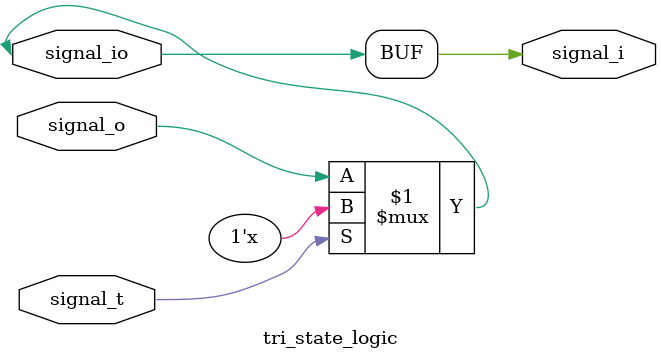
<source format=v>
module tri_state_logic(
  inout signal_io,
  output signal_i,
  input signal_o,
  input signal_t,
);
  assign signal_io = signal_t ? 1'bz : signal_o;
  assign signal_i = signal_io;
endmodule
</source>
